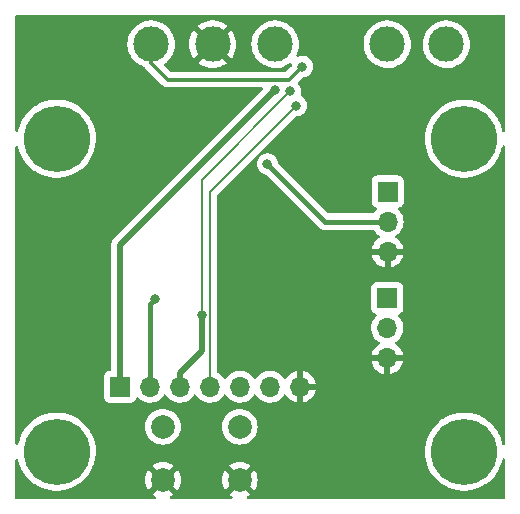
<source format=gbr>
%TF.GenerationSoftware,KiCad,Pcbnew,(6.99.0-228-g2fdbc41b8f)*%
%TF.CreationDate,2022-01-21T20:17:30+01:00*%
%TF.ProjectId,mob,6d6f622e-6b69-4636-9164-5f7063625858,rev?*%
%TF.SameCoordinates,Original*%
%TF.FileFunction,Copper,L2,Bot*%
%TF.FilePolarity,Positive*%
%FSLAX46Y46*%
G04 Gerber Fmt 4.6, Leading zero omitted, Abs format (unit mm)*
G04 Created by KiCad (PCBNEW (6.99.0-228-g2fdbc41b8f)) date 2022-01-21 20:17:30*
%MOMM*%
%LPD*%
G01*
G04 APERTURE LIST*
%TA.AperFunction,ComponentPad*%
%ADD10C,2.000000*%
%TD*%
%TA.AperFunction,ComponentPad*%
%ADD11R,1.700000X1.700000*%
%TD*%
%TA.AperFunction,ComponentPad*%
%ADD12O,1.700000X1.700000*%
%TD*%
%TA.AperFunction,ComponentPad*%
%ADD13C,5.600000*%
%TD*%
%TA.AperFunction,ComponentPad*%
%ADD14C,3.000000*%
%TD*%
%TA.AperFunction,ViaPad*%
%ADD15C,0.800000*%
%TD*%
%TA.AperFunction,Conductor*%
%ADD16C,0.400000*%
%TD*%
%TA.AperFunction,Conductor*%
%ADD17C,0.500000*%
%TD*%
%TA.AperFunction,Conductor*%
%ADD18C,0.300000*%
%TD*%
%TA.AperFunction,Conductor*%
%ADD19C,0.200000*%
%TD*%
G04 APERTURE END LIST*
D10*
%TO.P,SW1,2,2*%
%TO.N,GND*%
X163000000Y-79900000D03*
%TO.P,SW1,1,1*%
%TO.N,RST*%
X163000000Y-75400000D03*
%TO.P,SW1,2,2*%
%TO.N,GND*%
X169500000Y-79900000D03*
%TO.P,SW1,1,1*%
%TO.N,RST*%
X169500000Y-75400000D03*
%TD*%
D11*
%TO.P,J8,1,Pin_1*%
%TO.N,+5V*%
X159375000Y-72000000D03*
D12*
%TO.P,J8,2,Pin_2*%
%TO.N,MOSI*%
X161915000Y-72000000D03*
%TO.P,J8,3,Pin_3*%
%TO.N,IGN1*%
X164455000Y-72000000D03*
%TO.P,J8,4,Pin_4*%
%TO.N,IGN2*%
X166995000Y-72000000D03*
%TO.P,J8,5,Pin_5*%
%TO.N,CLK*%
X169535000Y-72000000D03*
%TO.P,J8,6,Pin_6*%
%TO.N,RST*%
X172075000Y-72000000D03*
%TO.P,J8,7,Pin_7*%
%TO.N,GND*%
X174615000Y-72000000D03*
%TD*%
D13*
%TO.P,H4,1*%
%TO.N,N/C*%
X188500000Y-77500000D03*
%TD*%
%TO.P,H3,1*%
%TO.N,N/C*%
X154000000Y-77500000D03*
%TD*%
%TO.P,H2,1*%
%TO.N,N/C*%
X188500000Y-51000000D03*
%TD*%
%TO.P,H1,1*%
%TO.N,N/C*%
X154000000Y-51000000D03*
%TD*%
D14*
%TO.P,JGND1,1,Pin_1*%
%TO.N,GND*%
X167200000Y-43000000D03*
%TD*%
%TO.P,J12V1,1,Pin_1*%
%TO.N,+12V*%
X162000000Y-43000000D03*
%TD*%
%TO.P,J5V1,1,Pin_1*%
%TO.N,+5V*%
X172500000Y-43000000D03*
%TD*%
%TO.P,J3,1,Pin_1*%
%TO.N,Net-(J3-Pin_1)*%
X182000000Y-43000000D03*
%TD*%
D11*
%TO.P,J2,1,Pin_1*%
%TO.N,IN2*%
X182025000Y-55475000D03*
D12*
%TO.P,J2,2,Pin_2*%
%TO.N,+5V*%
X182025000Y-58015000D03*
%TO.P,J2,3,Pin_3*%
%TO.N,GND*%
X182025000Y-60555000D03*
%TD*%
D11*
%TO.P,J1,1,Pin_1*%
%TO.N,CLK*%
X182000000Y-64500000D03*
D12*
%TO.P,J1,2,Pin_2*%
%TO.N,+5V*%
X182000000Y-67040000D03*
%TO.P,J1,3,Pin_3*%
%TO.N,GND*%
X182000000Y-69580000D03*
%TD*%
D14*
%TO.P,J4,1,Pin_1*%
%TO.N,Net-(J4-Pin_1)*%
X187000000Y-43000000D03*
%TD*%
D15*
%TO.N,+5V*%
X171849511Y-53149511D03*
X172500000Y-46900000D03*
%TO.N,+12V*%
X174800000Y-44900000D03*
%TO.N,IGN1*%
X173800000Y-47000000D03*
%TO.N,MOSI*%
X162300000Y-64600000D03*
%TO.N,IGN2*%
X174300000Y-48200000D03*
%TO.N,IGN1*%
X166295500Y-65900000D03*
%TD*%
D16*
%TO.N,+5V*%
X176715000Y-58015000D02*
X171849511Y-53149511D01*
X182025000Y-58015000D02*
X176715000Y-58015000D01*
D17*
X159375000Y-60025000D02*
X159375000Y-72000000D01*
X172500000Y-46900000D02*
X159375000Y-60025000D01*
D18*
%TO.N,+12V*%
X162000000Y-44600000D02*
X162000000Y-43000000D01*
X163400000Y-46000000D02*
X162000000Y-44600000D01*
X173700000Y-46000000D02*
X163400000Y-46000000D01*
X174800000Y-44900000D02*
X173700000Y-46000000D01*
D19*
%TO.N,IGN1*%
X166295500Y-54504500D02*
X166295500Y-65900000D01*
X173800000Y-47000000D02*
X166295500Y-54504500D01*
D16*
%TO.N,MOSI*%
X161915000Y-64985000D02*
X162300000Y-64600000D01*
X161915000Y-72000000D02*
X161915000Y-64985000D01*
D19*
%TO.N,IGN2*%
X174300000Y-48200000D02*
X166995000Y-55505000D01*
X166995000Y-55505000D02*
X166995000Y-72000000D01*
D17*
%TO.N,IGN1*%
X166295500Y-69004500D02*
X166295500Y-65900000D01*
X164455000Y-70845000D02*
X166295500Y-69004500D01*
X164455000Y-72000000D02*
X164455000Y-70845000D01*
%TD*%
%TA.AperFunction,Conductor*%
%TO.N,GND*%
G36*
X191934121Y-40528002D02*
G01*
X191980614Y-40581658D01*
X191992000Y-40634000D01*
X191992000Y-50302279D01*
X191971998Y-50370400D01*
X191918342Y-50416893D01*
X191848068Y-50426997D01*
X191783488Y-50397503D01*
X191745104Y-50337777D01*
X191741656Y-50322641D01*
X191738801Y-50305209D01*
X191736066Y-50288505D01*
X191640297Y-49943173D01*
X191637243Y-49935497D01*
X191509052Y-49613369D01*
X191507793Y-49610205D01*
X191477768Y-49553498D01*
X191341702Y-49296513D01*
X191341698Y-49296506D01*
X191340103Y-49293494D01*
X191139190Y-48996746D01*
X191136695Y-48993803D01*
X190918862Y-48736944D01*
X190907403Y-48723432D01*
X190647454Y-48476750D01*
X190362384Y-48259585D01*
X190359472Y-48257828D01*
X190359467Y-48257825D01*
X190058443Y-48076236D01*
X190058437Y-48076233D01*
X190055528Y-48074478D01*
X189730475Y-47923593D01*
X189467937Y-47834729D01*
X189394255Y-47809789D01*
X189394250Y-47809788D01*
X189391028Y-47808697D01*
X189192681Y-47764724D01*
X189044493Y-47731871D01*
X189044487Y-47731870D01*
X189041158Y-47731132D01*
X189037769Y-47730758D01*
X189037764Y-47730757D01*
X188688338Y-47692180D01*
X188688333Y-47692180D01*
X188684957Y-47691807D01*
X188681558Y-47691801D01*
X188681557Y-47691801D01*
X188512080Y-47691505D01*
X188326592Y-47691182D01*
X188213413Y-47703277D01*
X187973639Y-47728901D01*
X187973631Y-47728902D01*
X187970256Y-47729263D01*
X187620117Y-47805606D01*
X187280271Y-47919317D01*
X187277178Y-47920739D01*
X187277177Y-47920740D01*
X187270974Y-47923593D01*
X186954694Y-48069066D01*
X186951760Y-48070822D01*
X186951758Y-48070823D01*
X186735919Y-48200000D01*
X186647193Y-48253101D01*
X186644467Y-48255163D01*
X186644465Y-48255164D01*
X186457975Y-48396206D01*
X186361367Y-48469270D01*
X186100559Y-48715043D01*
X185867819Y-48987546D01*
X185865900Y-48990358D01*
X185865897Y-48990363D01*
X185786246Y-49107128D01*
X185665871Y-49283591D01*
X185497077Y-49599714D01*
X185363411Y-49932218D01*
X185362491Y-49935492D01*
X185362489Y-49935497D01*
X185360332Y-49943173D01*
X185266437Y-50277213D01*
X185265875Y-50280570D01*
X185265875Y-50280571D01*
X185248315Y-50385509D01*
X185207290Y-50630663D01*
X185186661Y-50988434D01*
X185204792Y-51346340D01*
X185205329Y-51349695D01*
X185205330Y-51349701D01*
X185210316Y-51380828D01*
X185261470Y-51700195D01*
X185356033Y-52045859D01*
X185487374Y-52379288D01*
X185653957Y-52696582D01*
X185655858Y-52699411D01*
X185655864Y-52699421D01*
X185826468Y-52953304D01*
X185853834Y-52994029D01*
X186084665Y-53268150D01*
X186343751Y-53515738D01*
X186628061Y-53733897D01*
X186660056Y-53753350D01*
X186931355Y-53918303D01*
X186931360Y-53918306D01*
X186934270Y-53920075D01*
X186937358Y-53921521D01*
X186937357Y-53921521D01*
X187255710Y-54070649D01*
X187255720Y-54070653D01*
X187258794Y-54072093D01*
X187262012Y-54073195D01*
X187262015Y-54073196D01*
X187594615Y-54187071D01*
X187594623Y-54187073D01*
X187597838Y-54188174D01*
X187947435Y-54266959D01*
X187999728Y-54272917D01*
X188300114Y-54307142D01*
X188300122Y-54307142D01*
X188303497Y-54307527D01*
X188306901Y-54307545D01*
X188306904Y-54307545D01*
X188501227Y-54308562D01*
X188661857Y-54309403D01*
X188665243Y-54309053D01*
X188665245Y-54309053D01*
X189014932Y-54272917D01*
X189014941Y-54272916D01*
X189018324Y-54272566D01*
X189021657Y-54271852D01*
X189021660Y-54271851D01*
X189194186Y-54234864D01*
X189368727Y-54197446D01*
X189708968Y-54084922D01*
X190035066Y-53936311D01*
X190210308Y-53832260D01*
X190340262Y-53755099D01*
X190340267Y-53755096D01*
X190343207Y-53753350D01*
X190629786Y-53538180D01*
X190891451Y-53293319D01*
X191125140Y-53021630D01*
X191231750Y-52866512D01*
X191326190Y-52729101D01*
X191326195Y-52729094D01*
X191328120Y-52726292D01*
X191329732Y-52723298D01*
X191329737Y-52723290D01*
X191496395Y-52413772D01*
X191498017Y-52410760D01*
X191632842Y-52078724D01*
X191643142Y-52042568D01*
X191663527Y-51971006D01*
X191731020Y-51734070D01*
X191741801Y-51670999D01*
X191772995Y-51607223D01*
X191833717Y-51570435D01*
X191904689Y-51572316D01*
X191963377Y-51612269D01*
X191991149Y-51677608D01*
X191992000Y-51692229D01*
X191992000Y-76802279D01*
X191971998Y-76870400D01*
X191918342Y-76916893D01*
X191848068Y-76926997D01*
X191783488Y-76897503D01*
X191745104Y-76837777D01*
X191741656Y-76822641D01*
X191738801Y-76805209D01*
X191736066Y-76788505D01*
X191640297Y-76443173D01*
X191637243Y-76435497D01*
X191509052Y-76113369D01*
X191507793Y-76110205D01*
X191477768Y-76053498D01*
X191341702Y-75796513D01*
X191341698Y-75796506D01*
X191340103Y-75793494D01*
X191139190Y-75496746D01*
X191057144Y-75400000D01*
X191043506Y-75383919D01*
X190907403Y-75223432D01*
X190647454Y-74976750D01*
X190362384Y-74759585D01*
X190359472Y-74757828D01*
X190359467Y-74757825D01*
X190058443Y-74576236D01*
X190058437Y-74576233D01*
X190055528Y-74574478D01*
X189730475Y-74423593D01*
X189454057Y-74330031D01*
X189394255Y-74309789D01*
X189394250Y-74309788D01*
X189391028Y-74308697D01*
X189192681Y-74264724D01*
X189044493Y-74231871D01*
X189044487Y-74231870D01*
X189041158Y-74231132D01*
X189037769Y-74230758D01*
X189037764Y-74230757D01*
X188688338Y-74192180D01*
X188688333Y-74192180D01*
X188684957Y-74191807D01*
X188681558Y-74191801D01*
X188681557Y-74191801D01*
X188512080Y-74191505D01*
X188326592Y-74191182D01*
X188213413Y-74203277D01*
X187973639Y-74228901D01*
X187973631Y-74228902D01*
X187970256Y-74229263D01*
X187620117Y-74305606D01*
X187280271Y-74419317D01*
X187277178Y-74420739D01*
X187277177Y-74420740D01*
X187270974Y-74423593D01*
X186954694Y-74569066D01*
X186951760Y-74570822D01*
X186951758Y-74570823D01*
X186706493Y-74717611D01*
X186647193Y-74753101D01*
X186644467Y-74755163D01*
X186644465Y-74755164D01*
X186410110Y-74932406D01*
X186361367Y-74969270D01*
X186100559Y-75215043D01*
X185867819Y-75487546D01*
X185865900Y-75490358D01*
X185865897Y-75490363D01*
X185772624Y-75627097D01*
X185665871Y-75783591D01*
X185497077Y-76099714D01*
X185363411Y-76432218D01*
X185362491Y-76435492D01*
X185362489Y-76435497D01*
X185275308Y-76745654D01*
X185266437Y-76777213D01*
X185265875Y-76780570D01*
X185265875Y-76780571D01*
X185243687Y-76913165D01*
X185207290Y-77130663D01*
X185186661Y-77488434D01*
X185204792Y-77846340D01*
X185205329Y-77849695D01*
X185205330Y-77849701D01*
X185210316Y-77880828D01*
X185261470Y-78200195D01*
X185356033Y-78545859D01*
X185487374Y-78879288D01*
X185518151Y-78937909D01*
X185571183Y-79038920D01*
X185653957Y-79196582D01*
X185655858Y-79199411D01*
X185655864Y-79199421D01*
X185839569Y-79472800D01*
X185853834Y-79494029D01*
X186084665Y-79768150D01*
X186343751Y-80015738D01*
X186628061Y-80233897D01*
X186660056Y-80253350D01*
X186931355Y-80418303D01*
X186931360Y-80418306D01*
X186934270Y-80420075D01*
X186937358Y-80421521D01*
X186937357Y-80421521D01*
X187255710Y-80570649D01*
X187255720Y-80570653D01*
X187258794Y-80572093D01*
X187262012Y-80573195D01*
X187262015Y-80573196D01*
X187594615Y-80687071D01*
X187594623Y-80687073D01*
X187597838Y-80688174D01*
X187947435Y-80766959D01*
X187999728Y-80772917D01*
X188300114Y-80807142D01*
X188300122Y-80807142D01*
X188303497Y-80807527D01*
X188306901Y-80807545D01*
X188306904Y-80807545D01*
X188501227Y-80808562D01*
X188661857Y-80809403D01*
X188665243Y-80809053D01*
X188665245Y-80809053D01*
X189014932Y-80772917D01*
X189014941Y-80772916D01*
X189018324Y-80772566D01*
X189021657Y-80771852D01*
X189021660Y-80771851D01*
X189194186Y-80734864D01*
X189368727Y-80697446D01*
X189708968Y-80584922D01*
X190035066Y-80436311D01*
X190311760Y-80272022D01*
X190340262Y-80255099D01*
X190340267Y-80255096D01*
X190343207Y-80253350D01*
X190629786Y-80038180D01*
X190891451Y-79793319D01*
X191113131Y-79535592D01*
X191122914Y-79524218D01*
X191125140Y-79521630D01*
X191231750Y-79366512D01*
X191326190Y-79229101D01*
X191326195Y-79229094D01*
X191328120Y-79226292D01*
X191329732Y-79223298D01*
X191329737Y-79223290D01*
X191496395Y-78913772D01*
X191498017Y-78910760D01*
X191632842Y-78578724D01*
X191639659Y-78554795D01*
X191687250Y-78387725D01*
X191731020Y-78234070D01*
X191741801Y-78170999D01*
X191772995Y-78107223D01*
X191833717Y-78070435D01*
X191904689Y-78072316D01*
X191963377Y-78112269D01*
X191991149Y-78177608D01*
X191992000Y-78192229D01*
X191992000Y-81366000D01*
X191971998Y-81434121D01*
X191918342Y-81480614D01*
X191866000Y-81492000D01*
X170230612Y-81492000D01*
X170162491Y-81471998D01*
X170115998Y-81418342D01*
X170105894Y-81348068D01*
X170135388Y-81283488D01*
X170178122Y-81252672D01*
X170177747Y-81251937D01*
X170190958Y-81245205D01*
X170358445Y-81142568D01*
X170367907Y-81132110D01*
X170364124Y-81123334D01*
X169512812Y-80272022D01*
X169498868Y-80264408D01*
X169497035Y-80264539D01*
X169490420Y-80268790D01*
X168638920Y-81120290D01*
X168632160Y-81132670D01*
X168637887Y-81140320D01*
X168809042Y-81245205D01*
X168822253Y-81251937D01*
X168821748Y-81252929D01*
X168872886Y-81294137D01*
X168895308Y-81361500D01*
X168877751Y-81430292D01*
X168825790Y-81478671D01*
X168769388Y-81492000D01*
X163730612Y-81492000D01*
X163662491Y-81471998D01*
X163615998Y-81418342D01*
X163605894Y-81348068D01*
X163635388Y-81283488D01*
X163678122Y-81252672D01*
X163677747Y-81251937D01*
X163690958Y-81245205D01*
X163858445Y-81142568D01*
X163867907Y-81132110D01*
X163864124Y-81123334D01*
X163012812Y-80272022D01*
X162998868Y-80264408D01*
X162997035Y-80264539D01*
X162990420Y-80268790D01*
X162138920Y-81120290D01*
X162132160Y-81132670D01*
X162137887Y-81140320D01*
X162309042Y-81245205D01*
X162322253Y-81251937D01*
X162321748Y-81252929D01*
X162372886Y-81294137D01*
X162395308Y-81361500D01*
X162377751Y-81430292D01*
X162325790Y-81478671D01*
X162269388Y-81492000D01*
X150634000Y-81492000D01*
X150565879Y-81471998D01*
X150519386Y-81418342D01*
X150508000Y-81366000D01*
X150508000Y-78201044D01*
X150528002Y-78132923D01*
X150581658Y-78086430D01*
X150651932Y-78076326D01*
X150716512Y-78105820D01*
X150754896Y-78165546D01*
X150758414Y-78181116D01*
X150761470Y-78200195D01*
X150856033Y-78545859D01*
X150987374Y-78879288D01*
X151018151Y-78937909D01*
X151071183Y-79038920D01*
X151153957Y-79196582D01*
X151155858Y-79199411D01*
X151155864Y-79199421D01*
X151339569Y-79472800D01*
X151353834Y-79494029D01*
X151584665Y-79768150D01*
X151843751Y-80015738D01*
X152128061Y-80233897D01*
X152160056Y-80253350D01*
X152431355Y-80418303D01*
X152431360Y-80418306D01*
X152434270Y-80420075D01*
X152437358Y-80421521D01*
X152437357Y-80421521D01*
X152755710Y-80570649D01*
X152755720Y-80570653D01*
X152758794Y-80572093D01*
X152762012Y-80573195D01*
X152762015Y-80573196D01*
X153094615Y-80687071D01*
X153094623Y-80687073D01*
X153097838Y-80688174D01*
X153447435Y-80766959D01*
X153499728Y-80772917D01*
X153800114Y-80807142D01*
X153800122Y-80807142D01*
X153803497Y-80807527D01*
X153806901Y-80807545D01*
X153806904Y-80807545D01*
X154001227Y-80808562D01*
X154161857Y-80809403D01*
X154165243Y-80809053D01*
X154165245Y-80809053D01*
X154514932Y-80772917D01*
X154514941Y-80772916D01*
X154518324Y-80772566D01*
X154521657Y-80771852D01*
X154521660Y-80771851D01*
X154694186Y-80734864D01*
X154868727Y-80697446D01*
X155208968Y-80584922D01*
X155535066Y-80436311D01*
X155811760Y-80272022D01*
X155840262Y-80255099D01*
X155840267Y-80255096D01*
X155843207Y-80253350D01*
X156129786Y-80038180D01*
X156272181Y-79904930D01*
X161487725Y-79904930D01*
X161505572Y-80131699D01*
X161507115Y-80141446D01*
X161560217Y-80362627D01*
X161563266Y-80372012D01*
X161650313Y-80582163D01*
X161654795Y-80590958D01*
X161757432Y-80758445D01*
X161767890Y-80767907D01*
X161776666Y-80764124D01*
X162627978Y-79912812D01*
X162634356Y-79901132D01*
X163364408Y-79901132D01*
X163364539Y-79902965D01*
X163368790Y-79909580D01*
X164220290Y-80761080D01*
X164232670Y-80767840D01*
X164240320Y-80762113D01*
X164345205Y-80590958D01*
X164349687Y-80582163D01*
X164436734Y-80372012D01*
X164439783Y-80362627D01*
X164492885Y-80141446D01*
X164494428Y-80131699D01*
X164512275Y-79904930D01*
X167987725Y-79904930D01*
X168005572Y-80131699D01*
X168007115Y-80141446D01*
X168060217Y-80362627D01*
X168063266Y-80372012D01*
X168150313Y-80582163D01*
X168154795Y-80590958D01*
X168257432Y-80758445D01*
X168267890Y-80767907D01*
X168276666Y-80764124D01*
X169127978Y-79912812D01*
X169134356Y-79901132D01*
X169864408Y-79901132D01*
X169864539Y-79902965D01*
X169868790Y-79909580D01*
X170720290Y-80761080D01*
X170732670Y-80767840D01*
X170740320Y-80762113D01*
X170845205Y-80590958D01*
X170849687Y-80582163D01*
X170936734Y-80372012D01*
X170939783Y-80362627D01*
X170992885Y-80141446D01*
X170994428Y-80131699D01*
X171012275Y-79904930D01*
X171012275Y-79895070D01*
X170994428Y-79668301D01*
X170992885Y-79658554D01*
X170939783Y-79437373D01*
X170936734Y-79427988D01*
X170849687Y-79217837D01*
X170845205Y-79209042D01*
X170742568Y-79041555D01*
X170732110Y-79032093D01*
X170723334Y-79035876D01*
X169872022Y-79887188D01*
X169864408Y-79901132D01*
X169134356Y-79901132D01*
X169135592Y-79898868D01*
X169135461Y-79897035D01*
X169131210Y-79890420D01*
X168279710Y-79038920D01*
X168267330Y-79032160D01*
X168259680Y-79037887D01*
X168154795Y-79209042D01*
X168150313Y-79217837D01*
X168063266Y-79427988D01*
X168060217Y-79437373D01*
X168007115Y-79658554D01*
X168005572Y-79668301D01*
X167987725Y-79895070D01*
X167987725Y-79904930D01*
X164512275Y-79904930D01*
X164512275Y-79895070D01*
X164494428Y-79668301D01*
X164492885Y-79658554D01*
X164439783Y-79437373D01*
X164436734Y-79427988D01*
X164349687Y-79217837D01*
X164345205Y-79209042D01*
X164242568Y-79041555D01*
X164232110Y-79032093D01*
X164223334Y-79035876D01*
X163372022Y-79887188D01*
X163364408Y-79901132D01*
X162634356Y-79901132D01*
X162635592Y-79898868D01*
X162635461Y-79897035D01*
X162631210Y-79890420D01*
X161779710Y-79038920D01*
X161767330Y-79032160D01*
X161759680Y-79037887D01*
X161654795Y-79209042D01*
X161650313Y-79217837D01*
X161563266Y-79427988D01*
X161560217Y-79437373D01*
X161507115Y-79658554D01*
X161505572Y-79668301D01*
X161487725Y-79895070D01*
X161487725Y-79904930D01*
X156272181Y-79904930D01*
X156391451Y-79793319D01*
X156613131Y-79535592D01*
X156622914Y-79524218D01*
X156625140Y-79521630D01*
X156731750Y-79366512D01*
X156826190Y-79229101D01*
X156826195Y-79229094D01*
X156828120Y-79226292D01*
X156829732Y-79223298D01*
X156829737Y-79223290D01*
X156996395Y-78913772D01*
X156998017Y-78910760D01*
X157096636Y-78667890D01*
X162132093Y-78667890D01*
X162135876Y-78676666D01*
X162987188Y-79527978D01*
X163001132Y-79535592D01*
X163002965Y-79535461D01*
X163009580Y-79531210D01*
X163861080Y-78679710D01*
X163867534Y-78667890D01*
X168632093Y-78667890D01*
X168635876Y-78676666D01*
X169487188Y-79527978D01*
X169501132Y-79535592D01*
X169502965Y-79535461D01*
X169509580Y-79531210D01*
X170361080Y-78679710D01*
X170367840Y-78667330D01*
X170362113Y-78659680D01*
X170190958Y-78554795D01*
X170182163Y-78550313D01*
X169972012Y-78463266D01*
X169962627Y-78460217D01*
X169741446Y-78407115D01*
X169731699Y-78405572D01*
X169504930Y-78387725D01*
X169495070Y-78387725D01*
X169268301Y-78405572D01*
X169258554Y-78407115D01*
X169037373Y-78460217D01*
X169027988Y-78463266D01*
X168817837Y-78550313D01*
X168809042Y-78554795D01*
X168641555Y-78657432D01*
X168632093Y-78667890D01*
X163867534Y-78667890D01*
X163867840Y-78667330D01*
X163862113Y-78659680D01*
X163690958Y-78554795D01*
X163682163Y-78550313D01*
X163472012Y-78463266D01*
X163462627Y-78460217D01*
X163241446Y-78407115D01*
X163231699Y-78405572D01*
X163004930Y-78387725D01*
X162995070Y-78387725D01*
X162768301Y-78405572D01*
X162758554Y-78407115D01*
X162537373Y-78460217D01*
X162527988Y-78463266D01*
X162317837Y-78550313D01*
X162309042Y-78554795D01*
X162141555Y-78657432D01*
X162132093Y-78667890D01*
X157096636Y-78667890D01*
X157132842Y-78578724D01*
X157139659Y-78554795D01*
X157187250Y-78387725D01*
X157231020Y-78234070D01*
X157251840Y-78112269D01*
X157290829Y-77884175D01*
X157290829Y-77884173D01*
X157291401Y-77880828D01*
X157293511Y-77846340D01*
X157313168Y-77524928D01*
X157313278Y-77523131D01*
X157313359Y-77500000D01*
X157293979Y-77142159D01*
X157236066Y-76788505D01*
X157140297Y-76443173D01*
X157137243Y-76435497D01*
X157009052Y-76113369D01*
X157007793Y-76110205D01*
X156977768Y-76053498D01*
X156841702Y-75796513D01*
X156841698Y-75796506D01*
X156840103Y-75793494D01*
X156639190Y-75496746D01*
X156557144Y-75400000D01*
X161486835Y-75400000D01*
X161505465Y-75636711D01*
X161560895Y-75867594D01*
X161651760Y-76086963D01*
X161654346Y-76091183D01*
X161773241Y-76285202D01*
X161773245Y-76285208D01*
X161775824Y-76289416D01*
X161930031Y-76469969D01*
X162110584Y-76624176D01*
X162114792Y-76626755D01*
X162114798Y-76626759D01*
X162308817Y-76745654D01*
X162313037Y-76748240D01*
X162317607Y-76750133D01*
X162317611Y-76750135D01*
X162527833Y-76837211D01*
X162532406Y-76839105D01*
X162612609Y-76858360D01*
X162758476Y-76893380D01*
X162758482Y-76893381D01*
X162763289Y-76894535D01*
X163000000Y-76913165D01*
X163236711Y-76894535D01*
X163241518Y-76893381D01*
X163241524Y-76893380D01*
X163387391Y-76858360D01*
X163467594Y-76839105D01*
X163472167Y-76837211D01*
X163682389Y-76750135D01*
X163682393Y-76750133D01*
X163686963Y-76748240D01*
X163691183Y-76745654D01*
X163885202Y-76626759D01*
X163885208Y-76626755D01*
X163889416Y-76624176D01*
X164069969Y-76469969D01*
X164224176Y-76289416D01*
X164226755Y-76285208D01*
X164226759Y-76285202D01*
X164345654Y-76091183D01*
X164348240Y-76086963D01*
X164439105Y-75867594D01*
X164494535Y-75636711D01*
X164513165Y-75400000D01*
X167986835Y-75400000D01*
X168005465Y-75636711D01*
X168060895Y-75867594D01*
X168151760Y-76086963D01*
X168154346Y-76091183D01*
X168273241Y-76285202D01*
X168273245Y-76285208D01*
X168275824Y-76289416D01*
X168430031Y-76469969D01*
X168610584Y-76624176D01*
X168614792Y-76626755D01*
X168614798Y-76626759D01*
X168808817Y-76745654D01*
X168813037Y-76748240D01*
X168817607Y-76750133D01*
X168817611Y-76750135D01*
X169027833Y-76837211D01*
X169032406Y-76839105D01*
X169112609Y-76858360D01*
X169258476Y-76893380D01*
X169258482Y-76893381D01*
X169263289Y-76894535D01*
X169500000Y-76913165D01*
X169736711Y-76894535D01*
X169741518Y-76893381D01*
X169741524Y-76893380D01*
X169887391Y-76858360D01*
X169967594Y-76839105D01*
X169972167Y-76837211D01*
X170182389Y-76750135D01*
X170182393Y-76750133D01*
X170186963Y-76748240D01*
X170191183Y-76745654D01*
X170385202Y-76626759D01*
X170385208Y-76626755D01*
X170389416Y-76624176D01*
X170569969Y-76469969D01*
X170724176Y-76289416D01*
X170726755Y-76285208D01*
X170726759Y-76285202D01*
X170845654Y-76091183D01*
X170848240Y-76086963D01*
X170939105Y-75867594D01*
X170994535Y-75636711D01*
X171013165Y-75400000D01*
X170994535Y-75163289D01*
X170939105Y-74932406D01*
X170866792Y-74757825D01*
X170850135Y-74717611D01*
X170850133Y-74717607D01*
X170848240Y-74713037D01*
X170764408Y-74576236D01*
X170726759Y-74514798D01*
X170726755Y-74514792D01*
X170724176Y-74510584D01*
X170569969Y-74330031D01*
X170389416Y-74175824D01*
X170385208Y-74173245D01*
X170385202Y-74173241D01*
X170191183Y-74054346D01*
X170186963Y-74051760D01*
X170182393Y-74049867D01*
X170182389Y-74049865D01*
X169972167Y-73962789D01*
X169972165Y-73962788D01*
X169967594Y-73960895D01*
X169887391Y-73941640D01*
X169741524Y-73906620D01*
X169741518Y-73906619D01*
X169736711Y-73905465D01*
X169500000Y-73886835D01*
X169263289Y-73905465D01*
X169258482Y-73906619D01*
X169258476Y-73906620D01*
X169112609Y-73941640D01*
X169032406Y-73960895D01*
X169027835Y-73962788D01*
X169027833Y-73962789D01*
X168817611Y-74049865D01*
X168817607Y-74049867D01*
X168813037Y-74051760D01*
X168808817Y-74054346D01*
X168614798Y-74173241D01*
X168614792Y-74173245D01*
X168610584Y-74175824D01*
X168430031Y-74330031D01*
X168275824Y-74510584D01*
X168273245Y-74514792D01*
X168273241Y-74514798D01*
X168235592Y-74576236D01*
X168151760Y-74713037D01*
X168149867Y-74717607D01*
X168149865Y-74717611D01*
X168133208Y-74757825D01*
X168060895Y-74932406D01*
X168005465Y-75163289D01*
X167986835Y-75400000D01*
X164513165Y-75400000D01*
X164494535Y-75163289D01*
X164439105Y-74932406D01*
X164366792Y-74757825D01*
X164350135Y-74717611D01*
X164350133Y-74717607D01*
X164348240Y-74713037D01*
X164264408Y-74576236D01*
X164226759Y-74514798D01*
X164226755Y-74514792D01*
X164224176Y-74510584D01*
X164069969Y-74330031D01*
X163889416Y-74175824D01*
X163885208Y-74173245D01*
X163885202Y-74173241D01*
X163691183Y-74054346D01*
X163686963Y-74051760D01*
X163682393Y-74049867D01*
X163682389Y-74049865D01*
X163472167Y-73962789D01*
X163472165Y-73962788D01*
X163467594Y-73960895D01*
X163387391Y-73941640D01*
X163241524Y-73906620D01*
X163241518Y-73906619D01*
X163236711Y-73905465D01*
X163000000Y-73886835D01*
X162763289Y-73905465D01*
X162758482Y-73906619D01*
X162758476Y-73906620D01*
X162612609Y-73941640D01*
X162532406Y-73960895D01*
X162527835Y-73962788D01*
X162527833Y-73962789D01*
X162317611Y-74049865D01*
X162317607Y-74049867D01*
X162313037Y-74051760D01*
X162308817Y-74054346D01*
X162114798Y-74173241D01*
X162114792Y-74173245D01*
X162110584Y-74175824D01*
X161930031Y-74330031D01*
X161775824Y-74510584D01*
X161773245Y-74514792D01*
X161773241Y-74514798D01*
X161735592Y-74576236D01*
X161651760Y-74713037D01*
X161649867Y-74717607D01*
X161649865Y-74717611D01*
X161633208Y-74757825D01*
X161560895Y-74932406D01*
X161505465Y-75163289D01*
X161486835Y-75400000D01*
X156557144Y-75400000D01*
X156543506Y-75383919D01*
X156407403Y-75223432D01*
X156147454Y-74976750D01*
X155862384Y-74759585D01*
X155859472Y-74757828D01*
X155859467Y-74757825D01*
X155558443Y-74576236D01*
X155558437Y-74576233D01*
X155555528Y-74574478D01*
X155230475Y-74423593D01*
X154954057Y-74330031D01*
X154894255Y-74309789D01*
X154894250Y-74309788D01*
X154891028Y-74308697D01*
X154692681Y-74264724D01*
X154544493Y-74231871D01*
X154544487Y-74231870D01*
X154541158Y-74231132D01*
X154537769Y-74230758D01*
X154537764Y-74230757D01*
X154188338Y-74192180D01*
X154188333Y-74192180D01*
X154184957Y-74191807D01*
X154181558Y-74191801D01*
X154181557Y-74191801D01*
X154012080Y-74191505D01*
X153826592Y-74191182D01*
X153713413Y-74203277D01*
X153473639Y-74228901D01*
X153473631Y-74228902D01*
X153470256Y-74229263D01*
X153120117Y-74305606D01*
X152780271Y-74419317D01*
X152777178Y-74420739D01*
X152777177Y-74420740D01*
X152770974Y-74423593D01*
X152454694Y-74569066D01*
X152451760Y-74570822D01*
X152451758Y-74570823D01*
X152206493Y-74717611D01*
X152147193Y-74753101D01*
X152144467Y-74755163D01*
X152144465Y-74755164D01*
X151910110Y-74932406D01*
X151861367Y-74969270D01*
X151600559Y-75215043D01*
X151367819Y-75487546D01*
X151365900Y-75490358D01*
X151365897Y-75490363D01*
X151272624Y-75627097D01*
X151165871Y-75783591D01*
X150997077Y-76099714D01*
X150863411Y-76432218D01*
X150862491Y-76435492D01*
X150862489Y-76435497D01*
X150775308Y-76745654D01*
X150766437Y-76777213D01*
X150765875Y-76780570D01*
X150765875Y-76780571D01*
X150758272Y-76826005D01*
X150727301Y-76889890D01*
X150666708Y-76926890D01*
X150595730Y-76925256D01*
X150536903Y-76885509D01*
X150508903Y-76820267D01*
X150508000Y-76805209D01*
X150508000Y-72898134D01*
X158016500Y-72898134D01*
X158023255Y-72960316D01*
X158074385Y-73096705D01*
X158161739Y-73213261D01*
X158278295Y-73300615D01*
X158414684Y-73351745D01*
X158476866Y-73358500D01*
X160273134Y-73358500D01*
X160335316Y-73351745D01*
X160471705Y-73300615D01*
X160588261Y-73213261D01*
X160675615Y-73096705D01*
X160697799Y-73037529D01*
X160719598Y-72979382D01*
X160762240Y-72922618D01*
X160828802Y-72897918D01*
X160898150Y-72913126D01*
X160932817Y-72941114D01*
X160961250Y-72973938D01*
X161133126Y-73116632D01*
X161326000Y-73229338D01*
X161534692Y-73309030D01*
X161539760Y-73310061D01*
X161539763Y-73310062D01*
X161634862Y-73329410D01*
X161753597Y-73353567D01*
X161758772Y-73353757D01*
X161758774Y-73353757D01*
X161971673Y-73361564D01*
X161971677Y-73361564D01*
X161976837Y-73361753D01*
X161981957Y-73361097D01*
X161981959Y-73361097D01*
X162193288Y-73334025D01*
X162193289Y-73334025D01*
X162198416Y-73333368D01*
X162203366Y-73331883D01*
X162407429Y-73270661D01*
X162407434Y-73270659D01*
X162412384Y-73269174D01*
X162612994Y-73170896D01*
X162794860Y-73041173D01*
X162953096Y-72883489D01*
X163083453Y-72702077D01*
X163084776Y-72703028D01*
X163131645Y-72659857D01*
X163201580Y-72647625D01*
X163267026Y-72675144D01*
X163294875Y-72706994D01*
X163354987Y-72805088D01*
X163501250Y-72973938D01*
X163673126Y-73116632D01*
X163866000Y-73229338D01*
X164074692Y-73309030D01*
X164079760Y-73310061D01*
X164079763Y-73310062D01*
X164174862Y-73329410D01*
X164293597Y-73353567D01*
X164298772Y-73353757D01*
X164298774Y-73353757D01*
X164511673Y-73361564D01*
X164511677Y-73361564D01*
X164516837Y-73361753D01*
X164521957Y-73361097D01*
X164521959Y-73361097D01*
X164733288Y-73334025D01*
X164733289Y-73334025D01*
X164738416Y-73333368D01*
X164743366Y-73331883D01*
X164947429Y-73270661D01*
X164947434Y-73270659D01*
X164952384Y-73269174D01*
X165152994Y-73170896D01*
X165334860Y-73041173D01*
X165493096Y-72883489D01*
X165623453Y-72702077D01*
X165624776Y-72703028D01*
X165671645Y-72659857D01*
X165741580Y-72647625D01*
X165807026Y-72675144D01*
X165834875Y-72706994D01*
X165894987Y-72805088D01*
X166041250Y-72973938D01*
X166213126Y-73116632D01*
X166406000Y-73229338D01*
X166614692Y-73309030D01*
X166619760Y-73310061D01*
X166619763Y-73310062D01*
X166714862Y-73329410D01*
X166833597Y-73353567D01*
X166838772Y-73353757D01*
X166838774Y-73353757D01*
X167051673Y-73361564D01*
X167051677Y-73361564D01*
X167056837Y-73361753D01*
X167061957Y-73361097D01*
X167061959Y-73361097D01*
X167273288Y-73334025D01*
X167273289Y-73334025D01*
X167278416Y-73333368D01*
X167283366Y-73331883D01*
X167487429Y-73270661D01*
X167487434Y-73270659D01*
X167492384Y-73269174D01*
X167692994Y-73170896D01*
X167874860Y-73041173D01*
X168033096Y-72883489D01*
X168163453Y-72702077D01*
X168164776Y-72703028D01*
X168211645Y-72659857D01*
X168281580Y-72647625D01*
X168347026Y-72675144D01*
X168374875Y-72706994D01*
X168434987Y-72805088D01*
X168581250Y-72973938D01*
X168753126Y-73116632D01*
X168946000Y-73229338D01*
X169154692Y-73309030D01*
X169159760Y-73310061D01*
X169159763Y-73310062D01*
X169254862Y-73329410D01*
X169373597Y-73353567D01*
X169378772Y-73353757D01*
X169378774Y-73353757D01*
X169591673Y-73361564D01*
X169591677Y-73361564D01*
X169596837Y-73361753D01*
X169601957Y-73361097D01*
X169601959Y-73361097D01*
X169813288Y-73334025D01*
X169813289Y-73334025D01*
X169818416Y-73333368D01*
X169823366Y-73331883D01*
X170027429Y-73270661D01*
X170027434Y-73270659D01*
X170032384Y-73269174D01*
X170232994Y-73170896D01*
X170414860Y-73041173D01*
X170573096Y-72883489D01*
X170703453Y-72702077D01*
X170704776Y-72703028D01*
X170751645Y-72659857D01*
X170821580Y-72647625D01*
X170887026Y-72675144D01*
X170914875Y-72706994D01*
X170974987Y-72805088D01*
X171121250Y-72973938D01*
X171293126Y-73116632D01*
X171486000Y-73229338D01*
X171694692Y-73309030D01*
X171699760Y-73310061D01*
X171699763Y-73310062D01*
X171794862Y-73329410D01*
X171913597Y-73353567D01*
X171918772Y-73353757D01*
X171918774Y-73353757D01*
X172131673Y-73361564D01*
X172131677Y-73361564D01*
X172136837Y-73361753D01*
X172141957Y-73361097D01*
X172141959Y-73361097D01*
X172353288Y-73334025D01*
X172353289Y-73334025D01*
X172358416Y-73333368D01*
X172363366Y-73331883D01*
X172567429Y-73270661D01*
X172567434Y-73270659D01*
X172572384Y-73269174D01*
X172772994Y-73170896D01*
X172954860Y-73041173D01*
X173113096Y-72883489D01*
X173243453Y-72702077D01*
X173244640Y-72702930D01*
X173291960Y-72659362D01*
X173361897Y-72647145D01*
X173427338Y-72674678D01*
X173455166Y-72706511D01*
X173512694Y-72800388D01*
X173518777Y-72808699D01*
X173658213Y-72969667D01*
X173665580Y-72976883D01*
X173829434Y-73112916D01*
X173837881Y-73118831D01*
X174021756Y-73226279D01*
X174031042Y-73230729D01*
X174230001Y-73306703D01*
X174239899Y-73309579D01*
X174343250Y-73330606D01*
X174357299Y-73329410D01*
X174361000Y-73319065D01*
X174361000Y-73318517D01*
X174869000Y-73318517D01*
X174873064Y-73332359D01*
X174886478Y-73334393D01*
X174893184Y-73333534D01*
X174903262Y-73331392D01*
X175107255Y-73270191D01*
X175116842Y-73266433D01*
X175308095Y-73172739D01*
X175316945Y-73167464D01*
X175490328Y-73043792D01*
X175498200Y-73037139D01*
X175649052Y-72886812D01*
X175655730Y-72878965D01*
X175780003Y-72706020D01*
X175785313Y-72697183D01*
X175879670Y-72506267D01*
X175883469Y-72496672D01*
X175945377Y-72292910D01*
X175947555Y-72282837D01*
X175948986Y-72271962D01*
X175946775Y-72257778D01*
X175933617Y-72254000D01*
X174887115Y-72254000D01*
X174871876Y-72258475D01*
X174870671Y-72259865D01*
X174869000Y-72267548D01*
X174869000Y-73318517D01*
X174361000Y-73318517D01*
X174361000Y-71727885D01*
X174869000Y-71727885D01*
X174873475Y-71743124D01*
X174874865Y-71744329D01*
X174882548Y-71746000D01*
X175933344Y-71746000D01*
X175946875Y-71742027D01*
X175948180Y-71732947D01*
X175906214Y-71565875D01*
X175902894Y-71556124D01*
X175817972Y-71360814D01*
X175813105Y-71351739D01*
X175697426Y-71172926D01*
X175691136Y-71164757D01*
X175547806Y-71007240D01*
X175540273Y-71000215D01*
X175373139Y-70868222D01*
X175364552Y-70862517D01*
X175178117Y-70759599D01*
X175168705Y-70755369D01*
X174967959Y-70684280D01*
X174957988Y-70681646D01*
X174886837Y-70668972D01*
X174873540Y-70670432D01*
X174869000Y-70684989D01*
X174869000Y-71727885D01*
X174361000Y-71727885D01*
X174361000Y-70683102D01*
X174357082Y-70669758D01*
X174342806Y-70667771D01*
X174304324Y-70673660D01*
X174294288Y-70676051D01*
X174091868Y-70742212D01*
X174082359Y-70746209D01*
X173893463Y-70844542D01*
X173884738Y-70850036D01*
X173714433Y-70977905D01*
X173706726Y-70984748D01*
X173559590Y-71138717D01*
X173553109Y-71146722D01*
X173448498Y-71300074D01*
X173393587Y-71345076D01*
X173323062Y-71353247D01*
X173259315Y-71321993D01*
X173238618Y-71297509D01*
X173157822Y-71172617D01*
X173157820Y-71172614D01*
X173155014Y-71168277D01*
X173004670Y-71003051D01*
X173000619Y-70999852D01*
X173000615Y-70999848D01*
X172833414Y-70867800D01*
X172833410Y-70867798D01*
X172829359Y-70864598D01*
X172793028Y-70844542D01*
X172749370Y-70820442D01*
X172633789Y-70756638D01*
X172628920Y-70754914D01*
X172628916Y-70754912D01*
X172428087Y-70683795D01*
X172428083Y-70683794D01*
X172423212Y-70682069D01*
X172418119Y-70681162D01*
X172418116Y-70681161D01*
X172208373Y-70643800D01*
X172208367Y-70643799D01*
X172203284Y-70642894D01*
X172129452Y-70641992D01*
X171985081Y-70640228D01*
X171985079Y-70640228D01*
X171979911Y-70640165D01*
X171759091Y-70673955D01*
X171546756Y-70743357D01*
X171348607Y-70846507D01*
X171344474Y-70849610D01*
X171344471Y-70849612D01*
X171174100Y-70977530D01*
X171169965Y-70980635D01*
X171166393Y-70984373D01*
X171058729Y-71097037D01*
X171015629Y-71142138D01*
X170908201Y-71299621D01*
X170853293Y-71344621D01*
X170782768Y-71352792D01*
X170719021Y-71321538D01*
X170698324Y-71297054D01*
X170617822Y-71172617D01*
X170617820Y-71172614D01*
X170615014Y-71168277D01*
X170464670Y-71003051D01*
X170460619Y-70999852D01*
X170460615Y-70999848D01*
X170293414Y-70867800D01*
X170293410Y-70867798D01*
X170289359Y-70864598D01*
X170253028Y-70844542D01*
X170209370Y-70820442D01*
X170093789Y-70756638D01*
X170088920Y-70754914D01*
X170088916Y-70754912D01*
X169888087Y-70683795D01*
X169888083Y-70683794D01*
X169883212Y-70682069D01*
X169878119Y-70681162D01*
X169878116Y-70681161D01*
X169668373Y-70643800D01*
X169668367Y-70643799D01*
X169663284Y-70642894D01*
X169589452Y-70641992D01*
X169445081Y-70640228D01*
X169445079Y-70640228D01*
X169439911Y-70640165D01*
X169219091Y-70673955D01*
X169006756Y-70743357D01*
X168808607Y-70846507D01*
X168804474Y-70849610D01*
X168804471Y-70849612D01*
X168634100Y-70977530D01*
X168629965Y-70980635D01*
X168626393Y-70984373D01*
X168518729Y-71097037D01*
X168475629Y-71142138D01*
X168368201Y-71299621D01*
X168313293Y-71344621D01*
X168242768Y-71352792D01*
X168179021Y-71321538D01*
X168158324Y-71297054D01*
X168077822Y-71172617D01*
X168077820Y-71172614D01*
X168075014Y-71168277D01*
X167924670Y-71003051D01*
X167920619Y-70999852D01*
X167920615Y-70999848D01*
X167753414Y-70867800D01*
X167753410Y-70867798D01*
X167749359Y-70864598D01*
X167668607Y-70820021D01*
X167618636Y-70769588D01*
X167603500Y-70709712D01*
X167603500Y-69847966D01*
X180668257Y-69847966D01*
X180698565Y-69982446D01*
X180701645Y-69992275D01*
X180781770Y-70189603D01*
X180786413Y-70198794D01*
X180897694Y-70380388D01*
X180903777Y-70388699D01*
X181043213Y-70549667D01*
X181050580Y-70556883D01*
X181214434Y-70692916D01*
X181222881Y-70698831D01*
X181406756Y-70806279D01*
X181416042Y-70810729D01*
X181615001Y-70886703D01*
X181624899Y-70889579D01*
X181728250Y-70910606D01*
X181742299Y-70909410D01*
X181746000Y-70899065D01*
X181746000Y-70898517D01*
X182254000Y-70898517D01*
X182258064Y-70912359D01*
X182271478Y-70914393D01*
X182278184Y-70913534D01*
X182288262Y-70911392D01*
X182492255Y-70850191D01*
X182501842Y-70846433D01*
X182693095Y-70752739D01*
X182701945Y-70747464D01*
X182875328Y-70623792D01*
X182883200Y-70617139D01*
X183034052Y-70466812D01*
X183040730Y-70458965D01*
X183165003Y-70286020D01*
X183170313Y-70277183D01*
X183264670Y-70086267D01*
X183268469Y-70076672D01*
X183330377Y-69872910D01*
X183332555Y-69862837D01*
X183333986Y-69851962D01*
X183331775Y-69837778D01*
X183318617Y-69834000D01*
X182272115Y-69834000D01*
X182256876Y-69838475D01*
X182255671Y-69839865D01*
X182254000Y-69847548D01*
X182254000Y-70898517D01*
X181746000Y-70898517D01*
X181746000Y-69852115D01*
X181741525Y-69836876D01*
X181740135Y-69835671D01*
X181732452Y-69834000D01*
X180683225Y-69834000D01*
X180669694Y-69837973D01*
X180668257Y-69847966D01*
X167603500Y-69847966D01*
X167603500Y-67006695D01*
X180637251Y-67006695D01*
X180637548Y-67011848D01*
X180637548Y-67011851D01*
X180643011Y-67106590D01*
X180650110Y-67229715D01*
X180651247Y-67234761D01*
X180651248Y-67234767D01*
X180671119Y-67322939D01*
X180699222Y-67447639D01*
X180783266Y-67654616D01*
X180899987Y-67845088D01*
X181046250Y-68013938D01*
X181218126Y-68156632D01*
X181291955Y-68199774D01*
X181340679Y-68251412D01*
X181353750Y-68321195D01*
X181327019Y-68386967D01*
X181286562Y-68420327D01*
X181278457Y-68424546D01*
X181269738Y-68430036D01*
X181099433Y-68557905D01*
X181091726Y-68564748D01*
X180944590Y-68718717D01*
X180938104Y-68726727D01*
X180818098Y-68902649D01*
X180813000Y-68911623D01*
X180723338Y-69104783D01*
X180719775Y-69114470D01*
X180664389Y-69314183D01*
X180665912Y-69322607D01*
X180678292Y-69326000D01*
X183318344Y-69326000D01*
X183331875Y-69322027D01*
X183333180Y-69312947D01*
X183291214Y-69145875D01*
X183287894Y-69136124D01*
X183202972Y-68940814D01*
X183198105Y-68931739D01*
X183082426Y-68752926D01*
X183076136Y-68744757D01*
X182932806Y-68587240D01*
X182925273Y-68580215D01*
X182758139Y-68448222D01*
X182749556Y-68442520D01*
X182712602Y-68422120D01*
X182662631Y-68371687D01*
X182647859Y-68302245D01*
X182672975Y-68235839D01*
X182700327Y-68209232D01*
X182723797Y-68192491D01*
X182879860Y-68081173D01*
X183038096Y-67923489D01*
X183097594Y-67840689D01*
X183165435Y-67746277D01*
X183168453Y-67742077D01*
X183267430Y-67541811D01*
X183332370Y-67328069D01*
X183361529Y-67106590D01*
X183363156Y-67040000D01*
X183344852Y-66817361D01*
X183290431Y-66600702D01*
X183201354Y-66395840D01*
X183161906Y-66334862D01*
X183082822Y-66212617D01*
X183082820Y-66212614D01*
X183080014Y-66208277D01*
X183076532Y-66204450D01*
X182932798Y-66046488D01*
X182901746Y-65982642D01*
X182910141Y-65912143D01*
X182955317Y-65857375D01*
X182981761Y-65843706D01*
X183088297Y-65803767D01*
X183096705Y-65800615D01*
X183213261Y-65713261D01*
X183300615Y-65596705D01*
X183351745Y-65460316D01*
X183358500Y-65398134D01*
X183358500Y-63601866D01*
X183351745Y-63539684D01*
X183300615Y-63403295D01*
X183213261Y-63286739D01*
X183096705Y-63199385D01*
X182960316Y-63148255D01*
X182898134Y-63141500D01*
X181101866Y-63141500D01*
X181039684Y-63148255D01*
X180903295Y-63199385D01*
X180786739Y-63286739D01*
X180699385Y-63403295D01*
X180648255Y-63539684D01*
X180641500Y-63601866D01*
X180641500Y-65398134D01*
X180648255Y-65460316D01*
X180699385Y-65596705D01*
X180786739Y-65713261D01*
X180903295Y-65800615D01*
X180911704Y-65803767D01*
X180911705Y-65803768D01*
X181020451Y-65844535D01*
X181077216Y-65887176D01*
X181101916Y-65953738D01*
X181086709Y-66023087D01*
X181067316Y-66049568D01*
X180940629Y-66182138D01*
X180937715Y-66186410D01*
X180937714Y-66186411D01*
X180879632Y-66271556D01*
X180814743Y-66366680D01*
X180720688Y-66569305D01*
X180660989Y-66784570D01*
X180637251Y-67006695D01*
X167603500Y-67006695D01*
X167603500Y-60822966D01*
X180693257Y-60822966D01*
X180723565Y-60957446D01*
X180726645Y-60967275D01*
X180806770Y-61164603D01*
X180811413Y-61173794D01*
X180922694Y-61355388D01*
X180928777Y-61363699D01*
X181068213Y-61524667D01*
X181075580Y-61531883D01*
X181239434Y-61667916D01*
X181247881Y-61673831D01*
X181431756Y-61781279D01*
X181441042Y-61785729D01*
X181640001Y-61861703D01*
X181649899Y-61864579D01*
X181753250Y-61885606D01*
X181767299Y-61884410D01*
X181771000Y-61874065D01*
X181771000Y-61873517D01*
X182279000Y-61873517D01*
X182283064Y-61887359D01*
X182296478Y-61889393D01*
X182303184Y-61888534D01*
X182313262Y-61886392D01*
X182517255Y-61825191D01*
X182526842Y-61821433D01*
X182718095Y-61727739D01*
X182726945Y-61722464D01*
X182900328Y-61598792D01*
X182908200Y-61592139D01*
X183059052Y-61441812D01*
X183065730Y-61433965D01*
X183190003Y-61261020D01*
X183195313Y-61252183D01*
X183289670Y-61061267D01*
X183293469Y-61051672D01*
X183355377Y-60847910D01*
X183357555Y-60837837D01*
X183358986Y-60826962D01*
X183356775Y-60812778D01*
X183343617Y-60809000D01*
X182297115Y-60809000D01*
X182281876Y-60813475D01*
X182280671Y-60814865D01*
X182279000Y-60822548D01*
X182279000Y-61873517D01*
X181771000Y-61873517D01*
X181771000Y-60827115D01*
X181766525Y-60811876D01*
X181765135Y-60810671D01*
X181757452Y-60809000D01*
X180708225Y-60809000D01*
X180694694Y-60812973D01*
X180693257Y-60822966D01*
X167603500Y-60822966D01*
X167603500Y-55809239D01*
X167623502Y-55741118D01*
X167640405Y-55720144D01*
X170211038Y-53149511D01*
X170936007Y-53149511D01*
X170936697Y-53156076D01*
X170951122Y-53293319D01*
X170955969Y-53339439D01*
X171014984Y-53521067D01*
X171110471Y-53686455D01*
X171238258Y-53828377D01*
X171392759Y-53940629D01*
X171398787Y-53943313D01*
X171398789Y-53943314D01*
X171561192Y-54015620D01*
X171567223Y-54018305D01*
X171703922Y-54047361D01*
X171720080Y-54050796D01*
X171782978Y-54084948D01*
X176193550Y-58495520D01*
X176199404Y-58501785D01*
X176237439Y-58545385D01*
X176243657Y-58549755D01*
X176289697Y-58582112D01*
X176294993Y-58586045D01*
X176345282Y-58625477D01*
X176352204Y-58628602D01*
X176354452Y-58629964D01*
X176369185Y-58638368D01*
X176371524Y-58639622D01*
X176377739Y-58643990D01*
X176384815Y-58646749D01*
X176384819Y-58646751D01*
X176437274Y-58667202D01*
X176443352Y-58669757D01*
X176501574Y-58696045D01*
X176509045Y-58697429D01*
X176511599Y-58698230D01*
X176527878Y-58702867D01*
X176530433Y-58703523D01*
X176537509Y-58706282D01*
X176565962Y-58710028D01*
X176600851Y-58714621D01*
X176607367Y-58715653D01*
X176649706Y-58723500D01*
X176670187Y-58727296D01*
X176677767Y-58726859D01*
X176677768Y-58726859D01*
X176732398Y-58723709D01*
X176739651Y-58723500D01*
X180795234Y-58723500D01*
X180863355Y-58743502D01*
X180902667Y-58783665D01*
X180924987Y-58820088D01*
X181071250Y-58988938D01*
X181243126Y-59131632D01*
X181316955Y-59174774D01*
X181365679Y-59226412D01*
X181378750Y-59296195D01*
X181352019Y-59361967D01*
X181311562Y-59395327D01*
X181303457Y-59399546D01*
X181294738Y-59405036D01*
X181124433Y-59532905D01*
X181116726Y-59539748D01*
X180969590Y-59693717D01*
X180963104Y-59701727D01*
X180843098Y-59877649D01*
X180838000Y-59886623D01*
X180748338Y-60079783D01*
X180744775Y-60089470D01*
X180689389Y-60289183D01*
X180690912Y-60297607D01*
X180703292Y-60301000D01*
X183343344Y-60301000D01*
X183356875Y-60297027D01*
X183358180Y-60287947D01*
X183316214Y-60120875D01*
X183312894Y-60111124D01*
X183227972Y-59915814D01*
X183223105Y-59906739D01*
X183107426Y-59727926D01*
X183101136Y-59719757D01*
X182957806Y-59562240D01*
X182950273Y-59555215D01*
X182783139Y-59423222D01*
X182774556Y-59417520D01*
X182737602Y-59397120D01*
X182687631Y-59346687D01*
X182672859Y-59277245D01*
X182697975Y-59210839D01*
X182725327Y-59184232D01*
X182748797Y-59167491D01*
X182904860Y-59056173D01*
X183063096Y-58898489D01*
X183193453Y-58717077D01*
X183198299Y-58707273D01*
X183290136Y-58521453D01*
X183290137Y-58521451D01*
X183292430Y-58516811D01*
X183357370Y-58303069D01*
X183386529Y-58081590D01*
X183388156Y-58015000D01*
X183369852Y-57792361D01*
X183315431Y-57575702D01*
X183226354Y-57370840D01*
X183105014Y-57183277D01*
X183101532Y-57179450D01*
X182957798Y-57021488D01*
X182926746Y-56957642D01*
X182935141Y-56887143D01*
X182980317Y-56832375D01*
X183006761Y-56818706D01*
X183113297Y-56778767D01*
X183121705Y-56775615D01*
X183238261Y-56688261D01*
X183325615Y-56571705D01*
X183376745Y-56435316D01*
X183383500Y-56373134D01*
X183383500Y-54576866D01*
X183376745Y-54514684D01*
X183325615Y-54378295D01*
X183238261Y-54261739D01*
X183121705Y-54174385D01*
X182985316Y-54123255D01*
X182923134Y-54116500D01*
X181126866Y-54116500D01*
X181064684Y-54123255D01*
X180928295Y-54174385D01*
X180811739Y-54261739D01*
X180724385Y-54378295D01*
X180673255Y-54514684D01*
X180666500Y-54576866D01*
X180666500Y-56373134D01*
X180673255Y-56435316D01*
X180724385Y-56571705D01*
X180811739Y-56688261D01*
X180928295Y-56775615D01*
X180936704Y-56778767D01*
X180936705Y-56778768D01*
X181045451Y-56819535D01*
X181102216Y-56862176D01*
X181126916Y-56928738D01*
X181111709Y-56998087D01*
X181092316Y-57024568D01*
X180965629Y-57157138D01*
X180962715Y-57161410D01*
X180962714Y-57161411D01*
X180901257Y-57251504D01*
X180846346Y-57296507D01*
X180797169Y-57306500D01*
X177060661Y-57306500D01*
X176992540Y-57286498D01*
X176971566Y-57269595D01*
X172784176Y-53082206D01*
X172750150Y-53019894D01*
X172747961Y-53006281D01*
X172743743Y-52966148D01*
X172743743Y-52966146D01*
X172743053Y-52959583D01*
X172684038Y-52777955D01*
X172588551Y-52612567D01*
X172460764Y-52470645D01*
X172339172Y-52382303D01*
X172311605Y-52362274D01*
X172311604Y-52362273D01*
X172306263Y-52358393D01*
X172300235Y-52355709D01*
X172300233Y-52355708D01*
X172137830Y-52283402D01*
X172137829Y-52283402D01*
X172131799Y-52280717D01*
X172038398Y-52260864D01*
X171951455Y-52242383D01*
X171951450Y-52242383D01*
X171944998Y-52241011D01*
X171754024Y-52241011D01*
X171747572Y-52242383D01*
X171747567Y-52242383D01*
X171660624Y-52260864D01*
X171567223Y-52280717D01*
X171561193Y-52283402D01*
X171561192Y-52283402D01*
X171398789Y-52355708D01*
X171398787Y-52355709D01*
X171392759Y-52358393D01*
X171387418Y-52362273D01*
X171387417Y-52362274D01*
X171259589Y-52455147D01*
X171195008Y-52478189D01*
X171184857Y-52524855D01*
X171167905Y-52548780D01*
X171110471Y-52612567D01*
X171014984Y-52777955D01*
X170955969Y-52959583D01*
X170955279Y-52966144D01*
X170955279Y-52966146D01*
X170952074Y-52996638D01*
X170936007Y-53149511D01*
X170211038Y-53149511D01*
X170985174Y-52375375D01*
X171047486Y-52341349D01*
X171060060Y-52342248D01*
X171085748Y-52276270D01*
X171096433Y-52264116D01*
X174215144Y-49145405D01*
X174277456Y-49111379D01*
X174304239Y-49108500D01*
X174395487Y-49108500D01*
X174401939Y-49107128D01*
X174401944Y-49107128D01*
X174488887Y-49088647D01*
X174582288Y-49068794D01*
X174588319Y-49066109D01*
X174750722Y-48993803D01*
X174750724Y-48993802D01*
X174756752Y-48991118D01*
X174765231Y-48984958D01*
X174812157Y-48950864D01*
X174911253Y-48878866D01*
X175039040Y-48736944D01*
X175134527Y-48571556D01*
X175193542Y-48389928D01*
X175207242Y-48259585D01*
X175212814Y-48206565D01*
X175213504Y-48200000D01*
X175200311Y-48074478D01*
X175194232Y-48016635D01*
X175194232Y-48016633D01*
X175193542Y-48010072D01*
X175134527Y-47828444D01*
X175121342Y-47805606D01*
X175055282Y-47691188D01*
X175039040Y-47663056D01*
X174911253Y-47521134D01*
X174756752Y-47408882D01*
X174743024Y-47402770D01*
X174688927Y-47356792D01*
X174668276Y-47288865D01*
X174674436Y-47248729D01*
X174693542Y-47189928D01*
X174713504Y-47000000D01*
X174712814Y-46993435D01*
X174694232Y-46816635D01*
X174694232Y-46816633D01*
X174693542Y-46810072D01*
X174634527Y-46628444D01*
X174629130Y-46619095D01*
X174583922Y-46540794D01*
X174539040Y-46463056D01*
X174443346Y-46356777D01*
X174412629Y-46292769D01*
X174421394Y-46222316D01*
X174447888Y-46183372D01*
X174785855Y-45845405D01*
X174848167Y-45811379D01*
X174874950Y-45808500D01*
X174895487Y-45808500D01*
X174901939Y-45807128D01*
X174901944Y-45807128D01*
X174988888Y-45788647D01*
X175082288Y-45768794D01*
X175088319Y-45766109D01*
X175250722Y-45693803D01*
X175250724Y-45693802D01*
X175256752Y-45691118D01*
X175411253Y-45578866D01*
X175539040Y-45436944D01*
X175634527Y-45271556D01*
X175693542Y-45089928D01*
X175699105Y-45037005D01*
X175712814Y-44906565D01*
X175713504Y-44900000D01*
X175700000Y-44771515D01*
X175694232Y-44716635D01*
X175694232Y-44716633D01*
X175693542Y-44710072D01*
X175634527Y-44528444D01*
X175539040Y-44363056D01*
X175411253Y-44221134D01*
X175256752Y-44108882D01*
X175250724Y-44106198D01*
X175250722Y-44106197D01*
X175088319Y-44033891D01*
X175088318Y-44033891D01*
X175082288Y-44031206D01*
X174988888Y-44011353D01*
X174901944Y-43992872D01*
X174901939Y-43992872D01*
X174895487Y-43991500D01*
X174704513Y-43991500D01*
X174698061Y-43992872D01*
X174698056Y-43992872D01*
X174611112Y-44011353D01*
X174517712Y-44031206D01*
X174511685Y-44033889D01*
X174511677Y-44033892D01*
X174471559Y-44051754D01*
X174401192Y-44061188D01*
X174336895Y-44031081D01*
X174299082Y-43970992D01*
X174299758Y-43899999D01*
X174309580Y-43876525D01*
X174328418Y-43841830D01*
X174328419Y-43841828D01*
X174330468Y-43838054D01*
X174427269Y-43581877D01*
X174488407Y-43314933D01*
X174494384Y-43247969D01*
X174512531Y-43044627D01*
X174512532Y-43044616D01*
X174512751Y-43042161D01*
X174513193Y-43000000D01*
X174511756Y-42978918D01*
X179986917Y-42978918D01*
X180002682Y-43252320D01*
X180003507Y-43256525D01*
X180003508Y-43256533D01*
X180024698Y-43364539D01*
X180055405Y-43521053D01*
X180056792Y-43525103D01*
X180056793Y-43525108D01*
X180077605Y-43585895D01*
X180144112Y-43780144D01*
X180267160Y-44024799D01*
X180269586Y-44028328D01*
X180269589Y-44028334D01*
X180398741Y-44216250D01*
X180422274Y-44250490D01*
X180425161Y-44253663D01*
X180425162Y-44253664D01*
X180603692Y-44449867D01*
X180606582Y-44453043D01*
X180816675Y-44628707D01*
X180820316Y-44630991D01*
X181045024Y-44771951D01*
X181045028Y-44771953D01*
X181048664Y-44774234D01*
X181116544Y-44804883D01*
X181294345Y-44885164D01*
X181294349Y-44885166D01*
X181298257Y-44886930D01*
X181302377Y-44888150D01*
X181302376Y-44888150D01*
X181556723Y-44963491D01*
X181556727Y-44963492D01*
X181560836Y-44964709D01*
X181565070Y-44965357D01*
X181565075Y-44965358D01*
X181827298Y-45005483D01*
X181827300Y-45005483D01*
X181831540Y-45006132D01*
X181970912Y-45008322D01*
X182101071Y-45010367D01*
X182101077Y-45010367D01*
X182105362Y-45010434D01*
X182377235Y-44977534D01*
X182642127Y-44908041D01*
X182646087Y-44906401D01*
X182646092Y-44906399D01*
X182768632Y-44855641D01*
X182895136Y-44803241D01*
X183131582Y-44665073D01*
X183347089Y-44496094D01*
X183388809Y-44453043D01*
X183534686Y-44302509D01*
X183537669Y-44299431D01*
X183540202Y-44295983D01*
X183540206Y-44295978D01*
X183697257Y-44082178D01*
X183699795Y-44078723D01*
X183701841Y-44074955D01*
X183828418Y-43841830D01*
X183828419Y-43841828D01*
X183830468Y-43838054D01*
X183927269Y-43581877D01*
X183988407Y-43314933D01*
X183994384Y-43247969D01*
X184012531Y-43044627D01*
X184012532Y-43044616D01*
X184012751Y-43042161D01*
X184013193Y-43000000D01*
X184011756Y-42978918D01*
X184986917Y-42978918D01*
X185002682Y-43252320D01*
X185003507Y-43256525D01*
X185003508Y-43256533D01*
X185024698Y-43364539D01*
X185055405Y-43521053D01*
X185056792Y-43525103D01*
X185056793Y-43525108D01*
X185077605Y-43585895D01*
X185144112Y-43780144D01*
X185267160Y-44024799D01*
X185269586Y-44028328D01*
X185269589Y-44028334D01*
X185398741Y-44216250D01*
X185422274Y-44250490D01*
X185425161Y-44253663D01*
X185425162Y-44253664D01*
X185603692Y-44449867D01*
X185606582Y-44453043D01*
X185816675Y-44628707D01*
X185820316Y-44630991D01*
X186045024Y-44771951D01*
X186045028Y-44771953D01*
X186048664Y-44774234D01*
X186116544Y-44804883D01*
X186294345Y-44885164D01*
X186294349Y-44885166D01*
X186298257Y-44886930D01*
X186302377Y-44888150D01*
X186302376Y-44888150D01*
X186556723Y-44963491D01*
X186556727Y-44963492D01*
X186560836Y-44964709D01*
X186565070Y-44965357D01*
X186565075Y-44965358D01*
X186827298Y-45005483D01*
X186827300Y-45005483D01*
X186831540Y-45006132D01*
X186970912Y-45008322D01*
X187101071Y-45010367D01*
X187101077Y-45010367D01*
X187105362Y-45010434D01*
X187377235Y-44977534D01*
X187642127Y-44908041D01*
X187646087Y-44906401D01*
X187646092Y-44906399D01*
X187768632Y-44855641D01*
X187895136Y-44803241D01*
X188131582Y-44665073D01*
X188347089Y-44496094D01*
X188388809Y-44453043D01*
X188534686Y-44302509D01*
X188537669Y-44299431D01*
X188540202Y-44295983D01*
X188540206Y-44295978D01*
X188697257Y-44082178D01*
X188699795Y-44078723D01*
X188701841Y-44074955D01*
X188828418Y-43841830D01*
X188828419Y-43841828D01*
X188830468Y-43838054D01*
X188927269Y-43581877D01*
X188988407Y-43314933D01*
X188994384Y-43247969D01*
X189012531Y-43044627D01*
X189012532Y-43044616D01*
X189012751Y-43042161D01*
X189013193Y-43000000D01*
X189011465Y-42974648D01*
X188994859Y-42731055D01*
X188994858Y-42731049D01*
X188994567Y-42726778D01*
X188939032Y-42458612D01*
X188847617Y-42200465D01*
X188722013Y-41957112D01*
X188712040Y-41942921D01*
X188567008Y-41736562D01*
X188564545Y-41733057D01*
X188378125Y-41532445D01*
X188374810Y-41529731D01*
X188374806Y-41529728D01*
X188169523Y-41361706D01*
X188166205Y-41358990D01*
X187932704Y-41215901D01*
X187928768Y-41214173D01*
X187685873Y-41107549D01*
X187685869Y-41107548D01*
X187681945Y-41105825D01*
X187418566Y-41030800D01*
X187414324Y-41030196D01*
X187414318Y-41030195D01*
X187213834Y-41001662D01*
X187147443Y-40992213D01*
X187003589Y-40991460D01*
X186877877Y-40990802D01*
X186877871Y-40990802D01*
X186873591Y-40990780D01*
X186869347Y-40991339D01*
X186869343Y-40991339D01*
X186750302Y-41007011D01*
X186602078Y-41026525D01*
X186597938Y-41027658D01*
X186597936Y-41027658D01*
X186525008Y-41047609D01*
X186337928Y-41098788D01*
X186333980Y-41100472D01*
X186089982Y-41204546D01*
X186089978Y-41204548D01*
X186086030Y-41206232D01*
X186066125Y-41218145D01*
X185854725Y-41344664D01*
X185854721Y-41344667D01*
X185851043Y-41346868D01*
X185637318Y-41518094D01*
X185448808Y-41716742D01*
X185289002Y-41939136D01*
X185160857Y-42181161D01*
X185159385Y-42185184D01*
X185159383Y-42185188D01*
X185152314Y-42204506D01*
X185066743Y-42438337D01*
X185008404Y-42705907D01*
X184986917Y-42978918D01*
X184011756Y-42978918D01*
X184011465Y-42974648D01*
X183994859Y-42731055D01*
X183994858Y-42731049D01*
X183994567Y-42726778D01*
X183939032Y-42458612D01*
X183847617Y-42200465D01*
X183722013Y-41957112D01*
X183712040Y-41942921D01*
X183567008Y-41736562D01*
X183564545Y-41733057D01*
X183378125Y-41532445D01*
X183374810Y-41529731D01*
X183374806Y-41529728D01*
X183169523Y-41361706D01*
X183166205Y-41358990D01*
X182932704Y-41215901D01*
X182928768Y-41214173D01*
X182685873Y-41107549D01*
X182685869Y-41107548D01*
X182681945Y-41105825D01*
X182418566Y-41030800D01*
X182414324Y-41030196D01*
X182414318Y-41030195D01*
X182213834Y-41001662D01*
X182147443Y-40992213D01*
X182003589Y-40991460D01*
X181877877Y-40990802D01*
X181877871Y-40990802D01*
X181873591Y-40990780D01*
X181869347Y-40991339D01*
X181869343Y-40991339D01*
X181750302Y-41007011D01*
X181602078Y-41026525D01*
X181597938Y-41027658D01*
X181597936Y-41027658D01*
X181525008Y-41047609D01*
X181337928Y-41098788D01*
X181333980Y-41100472D01*
X181089982Y-41204546D01*
X181089978Y-41204548D01*
X181086030Y-41206232D01*
X181066125Y-41218145D01*
X180854725Y-41344664D01*
X180854721Y-41344667D01*
X180851043Y-41346868D01*
X180637318Y-41518094D01*
X180448808Y-41716742D01*
X180289002Y-41939136D01*
X180160857Y-42181161D01*
X180159385Y-42185184D01*
X180159383Y-42185188D01*
X180152314Y-42204506D01*
X180066743Y-42438337D01*
X180008404Y-42705907D01*
X179986917Y-42978918D01*
X174511756Y-42978918D01*
X174511465Y-42974648D01*
X174494859Y-42731055D01*
X174494858Y-42731049D01*
X174494567Y-42726778D01*
X174439032Y-42458612D01*
X174347617Y-42200465D01*
X174222013Y-41957112D01*
X174212040Y-41942921D01*
X174067008Y-41736562D01*
X174064545Y-41733057D01*
X173878125Y-41532445D01*
X173874810Y-41529731D01*
X173874806Y-41529728D01*
X173669523Y-41361706D01*
X173666205Y-41358990D01*
X173432704Y-41215901D01*
X173428768Y-41214173D01*
X173185873Y-41107549D01*
X173185869Y-41107548D01*
X173181945Y-41105825D01*
X172918566Y-41030800D01*
X172914324Y-41030196D01*
X172914318Y-41030195D01*
X172713834Y-41001662D01*
X172647443Y-40992213D01*
X172503589Y-40991460D01*
X172377877Y-40990802D01*
X172377871Y-40990802D01*
X172373591Y-40990780D01*
X172369347Y-40991339D01*
X172369343Y-40991339D01*
X172250302Y-41007011D01*
X172102078Y-41026525D01*
X172097938Y-41027658D01*
X172097936Y-41027658D01*
X172025008Y-41047609D01*
X171837928Y-41098788D01*
X171833980Y-41100472D01*
X171589982Y-41204546D01*
X171589978Y-41204548D01*
X171586030Y-41206232D01*
X171566125Y-41218145D01*
X171354725Y-41344664D01*
X171354721Y-41344667D01*
X171351043Y-41346868D01*
X171137318Y-41518094D01*
X170948808Y-41716742D01*
X170789002Y-41939136D01*
X170660857Y-42181161D01*
X170659385Y-42185184D01*
X170659383Y-42185188D01*
X170652314Y-42204506D01*
X170566743Y-42438337D01*
X170508404Y-42705907D01*
X170486917Y-42978918D01*
X170502682Y-43252320D01*
X170503507Y-43256525D01*
X170503508Y-43256533D01*
X170524698Y-43364539D01*
X170555405Y-43521053D01*
X170556792Y-43525103D01*
X170556793Y-43525108D01*
X170577605Y-43585895D01*
X170644112Y-43780144D01*
X170767160Y-44024799D01*
X170769586Y-44028328D01*
X170769589Y-44028334D01*
X170898741Y-44216250D01*
X170922274Y-44250490D01*
X170925161Y-44253663D01*
X170925162Y-44253664D01*
X171103692Y-44449867D01*
X171106582Y-44453043D01*
X171316675Y-44628707D01*
X171320316Y-44630991D01*
X171545024Y-44771951D01*
X171545028Y-44771953D01*
X171548664Y-44774234D01*
X171616544Y-44804883D01*
X171794345Y-44885164D01*
X171794349Y-44885166D01*
X171798257Y-44886930D01*
X171802377Y-44888150D01*
X171802376Y-44888150D01*
X172056723Y-44963491D01*
X172056727Y-44963492D01*
X172060836Y-44964709D01*
X172065070Y-44965357D01*
X172065075Y-44965358D01*
X172327298Y-45005483D01*
X172327300Y-45005483D01*
X172331540Y-45006132D01*
X172470912Y-45008322D01*
X172601071Y-45010367D01*
X172601077Y-45010367D01*
X172605362Y-45010434D01*
X172877235Y-44977534D01*
X173142127Y-44908041D01*
X173146087Y-44906401D01*
X173146092Y-44906399D01*
X173268632Y-44855641D01*
X173395136Y-44803241D01*
X173631582Y-44665073D01*
X173702140Y-44609748D01*
X173768089Y-44583456D01*
X173837784Y-44596991D01*
X173889096Y-44646058D01*
X173905197Y-44722072D01*
X173896540Y-44804434D01*
X173893245Y-44835786D01*
X173866232Y-44901443D01*
X173857030Y-44911710D01*
X173464145Y-45304595D01*
X173401833Y-45338621D01*
X173375050Y-45341500D01*
X163724950Y-45341500D01*
X163656829Y-45321498D01*
X163635855Y-45304595D01*
X163156301Y-44825041D01*
X163122275Y-44762729D01*
X163127340Y-44691914D01*
X163167650Y-44636792D01*
X163227768Y-44589654D01*
X165975618Y-44589654D01*
X165982673Y-44599627D01*
X166013679Y-44625551D01*
X166020598Y-44630579D01*
X166245272Y-44771515D01*
X166252807Y-44775556D01*
X166494520Y-44884694D01*
X166502551Y-44887680D01*
X166756832Y-44963002D01*
X166765184Y-44964869D01*
X167027340Y-45004984D01*
X167035874Y-45005700D01*
X167301045Y-45009867D01*
X167309596Y-45009418D01*
X167572883Y-44977557D01*
X167581284Y-44975955D01*
X167837824Y-44908653D01*
X167845926Y-44905926D01*
X168090949Y-44804434D01*
X168098617Y-44800628D01*
X168327598Y-44666822D01*
X168334679Y-44662009D01*
X168414655Y-44599301D01*
X168423125Y-44587442D01*
X168416608Y-44575818D01*
X167212812Y-43372022D01*
X167198868Y-43364408D01*
X167197035Y-43364539D01*
X167190420Y-43368790D01*
X165982910Y-44576300D01*
X165975618Y-44589654D01*
X163227768Y-44589654D01*
X163230589Y-44587442D01*
X163347089Y-44496094D01*
X163388809Y-44453043D01*
X163534686Y-44302509D01*
X163537669Y-44299431D01*
X163540202Y-44295983D01*
X163540206Y-44295978D01*
X163697257Y-44082178D01*
X163699795Y-44078723D01*
X163701841Y-44074955D01*
X163828418Y-43841830D01*
X163828419Y-43841828D01*
X163830468Y-43838054D01*
X163927269Y-43581877D01*
X163988407Y-43314933D01*
X163994384Y-43247969D01*
X164012531Y-43044627D01*
X164012532Y-43044616D01*
X164012751Y-43042161D01*
X164013193Y-43000000D01*
X164012048Y-42983204D01*
X165187665Y-42983204D01*
X165202932Y-43247969D01*
X165204005Y-43256470D01*
X165255065Y-43516722D01*
X165257276Y-43524974D01*
X165343184Y-43775894D01*
X165346499Y-43783779D01*
X165465664Y-44020713D01*
X165470020Y-44028079D01*
X165599347Y-44216250D01*
X165609601Y-44224594D01*
X165623342Y-44217448D01*
X166827978Y-43012812D01*
X166834356Y-43001132D01*
X167564408Y-43001132D01*
X167564539Y-43002965D01*
X167568790Y-43009580D01*
X168775730Y-44216520D01*
X168787939Y-44223187D01*
X168799439Y-44214497D01*
X168896831Y-44081913D01*
X168901418Y-44074685D01*
X169027962Y-43841621D01*
X169031530Y-43833827D01*
X169125271Y-43585750D01*
X169127748Y-43577544D01*
X169186954Y-43319038D01*
X169188294Y-43310577D01*
X169212031Y-43044616D01*
X169212277Y-43039677D01*
X169212666Y-43002485D01*
X169212523Y-42997519D01*
X169194362Y-42731123D01*
X169193201Y-42722649D01*
X169139419Y-42462944D01*
X169137120Y-42454709D01*
X169048588Y-42204705D01*
X169045191Y-42196854D01*
X168923550Y-41961178D01*
X168919122Y-41953866D01*
X168800031Y-41784417D01*
X168789509Y-41776037D01*
X168776121Y-41783089D01*
X167572022Y-42987188D01*
X167564408Y-43001132D01*
X166834356Y-43001132D01*
X166835592Y-42998868D01*
X166835461Y-42997035D01*
X166831210Y-42990420D01*
X165623814Y-41783024D01*
X165611804Y-41776466D01*
X165600064Y-41785434D01*
X165491935Y-41935911D01*
X165487418Y-41943196D01*
X165363325Y-42177567D01*
X165359839Y-42185395D01*
X165268700Y-42434446D01*
X165266311Y-42442670D01*
X165209812Y-42701795D01*
X165208563Y-42710250D01*
X165187754Y-42974653D01*
X165187665Y-42983204D01*
X164012048Y-42983204D01*
X164011465Y-42974648D01*
X163994859Y-42731055D01*
X163994858Y-42731049D01*
X163994567Y-42726778D01*
X163939032Y-42458612D01*
X163847617Y-42200465D01*
X163722013Y-41957112D01*
X163712040Y-41942921D01*
X163567008Y-41736562D01*
X163564545Y-41733057D01*
X163378125Y-41532445D01*
X163374810Y-41529731D01*
X163374806Y-41529728D01*
X163231581Y-41412500D01*
X165976584Y-41412500D01*
X165982980Y-41423770D01*
X167187188Y-42627978D01*
X167201132Y-42635592D01*
X167202965Y-42635461D01*
X167209580Y-42631210D01*
X168416604Y-41424186D01*
X168423795Y-41411017D01*
X168416473Y-41400780D01*
X168369233Y-41362115D01*
X168362261Y-41357160D01*
X168136122Y-41218582D01*
X168128552Y-41214624D01*
X167885704Y-41108022D01*
X167877644Y-41105120D01*
X167622592Y-41032467D01*
X167614214Y-41030685D01*
X167351656Y-40993318D01*
X167343111Y-40992691D01*
X167077908Y-40991302D01*
X167069374Y-40991839D01*
X166806433Y-41026456D01*
X166798035Y-41028149D01*
X166542238Y-41098127D01*
X166534143Y-41100946D01*
X166290199Y-41204997D01*
X166282577Y-41208881D01*
X166055013Y-41345075D01*
X166047981Y-41349962D01*
X165985053Y-41400377D01*
X165976584Y-41412500D01*
X163231581Y-41412500D01*
X163169523Y-41361706D01*
X163166205Y-41358990D01*
X162932704Y-41215901D01*
X162928768Y-41214173D01*
X162685873Y-41107549D01*
X162685869Y-41107548D01*
X162681945Y-41105825D01*
X162418566Y-41030800D01*
X162414324Y-41030196D01*
X162414318Y-41030195D01*
X162213834Y-41001662D01*
X162147443Y-40992213D01*
X162003589Y-40991460D01*
X161877877Y-40990802D01*
X161877871Y-40990802D01*
X161873591Y-40990780D01*
X161869347Y-40991339D01*
X161869343Y-40991339D01*
X161750302Y-41007011D01*
X161602078Y-41026525D01*
X161597938Y-41027658D01*
X161597936Y-41027658D01*
X161525008Y-41047609D01*
X161337928Y-41098788D01*
X161333980Y-41100472D01*
X161089982Y-41204546D01*
X161089978Y-41204548D01*
X161086030Y-41206232D01*
X161066125Y-41218145D01*
X160854725Y-41344664D01*
X160854721Y-41344667D01*
X160851043Y-41346868D01*
X160637318Y-41518094D01*
X160448808Y-41716742D01*
X160289002Y-41939136D01*
X160160857Y-42181161D01*
X160159385Y-42185184D01*
X160159383Y-42185188D01*
X160152314Y-42204506D01*
X160066743Y-42438337D01*
X160008404Y-42705907D01*
X159986917Y-42978918D01*
X160002682Y-43252320D01*
X160003507Y-43256525D01*
X160003508Y-43256533D01*
X160024698Y-43364539D01*
X160055405Y-43521053D01*
X160056792Y-43525103D01*
X160056793Y-43525108D01*
X160077605Y-43585895D01*
X160144112Y-43780144D01*
X160267160Y-44024799D01*
X160269586Y-44028328D01*
X160269589Y-44028334D01*
X160398741Y-44216250D01*
X160422274Y-44250490D01*
X160425161Y-44253663D01*
X160425162Y-44253664D01*
X160603692Y-44449867D01*
X160606582Y-44453043D01*
X160816675Y-44628707D01*
X160820316Y-44630991D01*
X161045024Y-44771951D01*
X161045028Y-44771953D01*
X161048664Y-44774234D01*
X161116544Y-44804883D01*
X161294345Y-44885164D01*
X161294349Y-44885166D01*
X161298257Y-44886930D01*
X161302376Y-44888150D01*
X161379782Y-44911079D01*
X161439416Y-44949605D01*
X161452448Y-44967749D01*
X161475547Y-45006807D01*
X161490711Y-45021971D01*
X161503551Y-45037004D01*
X161516159Y-45054357D01*
X161551224Y-45083365D01*
X161551752Y-45083802D01*
X161560532Y-45091792D01*
X162876345Y-46407605D01*
X162884335Y-46416385D01*
X162888584Y-46423080D01*
X162894362Y-46428506D01*
X162894363Y-46428507D01*
X162940257Y-46471604D01*
X162943099Y-46474359D01*
X162963667Y-46494927D01*
X162967170Y-46497644D01*
X162976195Y-46505352D01*
X163009867Y-46536972D01*
X163016818Y-46540793D01*
X163016819Y-46540794D01*
X163028658Y-46547303D01*
X163045182Y-46558157D01*
X163055271Y-46565982D01*
X163062132Y-46571304D01*
X163069404Y-46574451D01*
X163069406Y-46574452D01*
X163104535Y-46589654D01*
X163115196Y-46594876D01*
X163155663Y-46617124D01*
X163176441Y-46622459D01*
X163195131Y-46628858D01*
X163214824Y-46637380D01*
X163258596Y-46644313D01*
X163260448Y-46644606D01*
X163272071Y-46647013D01*
X163300072Y-46654202D01*
X163316812Y-46658500D01*
X163338259Y-46658500D01*
X163357969Y-46660051D01*
X163379152Y-46663406D01*
X163425141Y-46659059D01*
X163436996Y-46658500D01*
X171364629Y-46658500D01*
X171432750Y-46678502D01*
X171479243Y-46732158D01*
X171489347Y-46802432D01*
X171459853Y-46867012D01*
X171453724Y-46873595D01*
X158886089Y-59441230D01*
X158871677Y-59453616D01*
X158860082Y-59462149D01*
X158860077Y-59462154D01*
X158854182Y-59466492D01*
X158849443Y-59472070D01*
X158849440Y-59472073D01*
X158819965Y-59506768D01*
X158813035Y-59514284D01*
X158807340Y-59519979D01*
X158805060Y-59522861D01*
X158789719Y-59542251D01*
X158786928Y-59545655D01*
X158744409Y-59595703D01*
X158739667Y-59601285D01*
X158736339Y-59607801D01*
X158732972Y-59612850D01*
X158729805Y-59617979D01*
X158725266Y-59623716D01*
X158694345Y-59689875D01*
X158692442Y-59693769D01*
X158659231Y-59758808D01*
X158657492Y-59765916D01*
X158655393Y-59771559D01*
X158653476Y-59777322D01*
X158650378Y-59783950D01*
X158648888Y-59791112D01*
X158648888Y-59791113D01*
X158635514Y-59855412D01*
X158634544Y-59859696D01*
X158617192Y-59930610D01*
X158616500Y-59941764D01*
X158616464Y-59941762D01*
X158616225Y-59945755D01*
X158615851Y-59949947D01*
X158614360Y-59957115D01*
X158614558Y-59964432D01*
X158616454Y-60034521D01*
X158616500Y-60037928D01*
X158616500Y-70515500D01*
X158596498Y-70583621D01*
X158542842Y-70630114D01*
X158490500Y-70641500D01*
X158476866Y-70641500D01*
X158414684Y-70648255D01*
X158278295Y-70699385D01*
X158161739Y-70786739D01*
X158074385Y-70903295D01*
X158023255Y-71039684D01*
X158016500Y-71101866D01*
X158016500Y-72898134D01*
X150508000Y-72898134D01*
X150508000Y-51701044D01*
X150528002Y-51632923D01*
X150581658Y-51586430D01*
X150651932Y-51576326D01*
X150716512Y-51605820D01*
X150754896Y-51665546D01*
X150758414Y-51681116D01*
X150761470Y-51700195D01*
X150856033Y-52045859D01*
X150987374Y-52379288D01*
X151153957Y-52696582D01*
X151155858Y-52699411D01*
X151155864Y-52699421D01*
X151326468Y-52953304D01*
X151353834Y-52994029D01*
X151584665Y-53268150D01*
X151843751Y-53515738D01*
X152128061Y-53733897D01*
X152160056Y-53753350D01*
X152431355Y-53918303D01*
X152431360Y-53918306D01*
X152434270Y-53920075D01*
X152437358Y-53921521D01*
X152437357Y-53921521D01*
X152755710Y-54070649D01*
X152755720Y-54070653D01*
X152758794Y-54072093D01*
X152762012Y-54073195D01*
X152762015Y-54073196D01*
X153094615Y-54187071D01*
X153094623Y-54187073D01*
X153097838Y-54188174D01*
X153447435Y-54266959D01*
X153499728Y-54272917D01*
X153800114Y-54307142D01*
X153800122Y-54307142D01*
X153803497Y-54307527D01*
X153806901Y-54307545D01*
X153806904Y-54307545D01*
X154001227Y-54308562D01*
X154161857Y-54309403D01*
X154165243Y-54309053D01*
X154165245Y-54309053D01*
X154514932Y-54272917D01*
X154514941Y-54272916D01*
X154518324Y-54272566D01*
X154521657Y-54271852D01*
X154521660Y-54271851D01*
X154694186Y-54234864D01*
X154868727Y-54197446D01*
X155208968Y-54084922D01*
X155535066Y-53936311D01*
X155710308Y-53832260D01*
X155840262Y-53755099D01*
X155840267Y-53755096D01*
X155843207Y-53753350D01*
X156129786Y-53538180D01*
X156391451Y-53293319D01*
X156625140Y-53021630D01*
X156731750Y-52866512D01*
X156826190Y-52729101D01*
X156826195Y-52729094D01*
X156828120Y-52726292D01*
X156829732Y-52723298D01*
X156829737Y-52723290D01*
X156996395Y-52413772D01*
X156998017Y-52410760D01*
X157132842Y-52078724D01*
X157143142Y-52042568D01*
X157163527Y-51971006D01*
X157231020Y-51734070D01*
X157251840Y-51612269D01*
X157290829Y-51384175D01*
X157290829Y-51384173D01*
X157291401Y-51380828D01*
X157293511Y-51346340D01*
X157313168Y-51024928D01*
X157313278Y-51023131D01*
X157313359Y-51000000D01*
X157293979Y-50642159D01*
X157236066Y-50288505D01*
X157140297Y-49943173D01*
X157137243Y-49935497D01*
X157009052Y-49613369D01*
X157007793Y-49610205D01*
X156977768Y-49553498D01*
X156841702Y-49296513D01*
X156841698Y-49296506D01*
X156840103Y-49293494D01*
X156639190Y-48996746D01*
X156636695Y-48993803D01*
X156418862Y-48736944D01*
X156407403Y-48723432D01*
X156147454Y-48476750D01*
X155862384Y-48259585D01*
X155859472Y-48257828D01*
X155859467Y-48257825D01*
X155558443Y-48076236D01*
X155558437Y-48076233D01*
X155555528Y-48074478D01*
X155230475Y-47923593D01*
X154967937Y-47834729D01*
X154894255Y-47809789D01*
X154894250Y-47809788D01*
X154891028Y-47808697D01*
X154692681Y-47764724D01*
X154544493Y-47731871D01*
X154544487Y-47731870D01*
X154541158Y-47731132D01*
X154537769Y-47730758D01*
X154537764Y-47730757D01*
X154188338Y-47692180D01*
X154188333Y-47692180D01*
X154184957Y-47691807D01*
X154181558Y-47691801D01*
X154181557Y-47691801D01*
X154012080Y-47691505D01*
X153826592Y-47691182D01*
X153713413Y-47703277D01*
X153473639Y-47728901D01*
X153473631Y-47728902D01*
X153470256Y-47729263D01*
X153120117Y-47805606D01*
X152780271Y-47919317D01*
X152777178Y-47920739D01*
X152777177Y-47920740D01*
X152770974Y-47923593D01*
X152454694Y-48069066D01*
X152451760Y-48070822D01*
X152451758Y-48070823D01*
X152235919Y-48200000D01*
X152147193Y-48253101D01*
X152144467Y-48255163D01*
X152144465Y-48255164D01*
X151957975Y-48396206D01*
X151861367Y-48469270D01*
X151600559Y-48715043D01*
X151367819Y-48987546D01*
X151365900Y-48990358D01*
X151365897Y-48990363D01*
X151286246Y-49107128D01*
X151165871Y-49283591D01*
X150997077Y-49599714D01*
X150863411Y-49932218D01*
X150862491Y-49935492D01*
X150862489Y-49935497D01*
X150860332Y-49943173D01*
X150766437Y-50277213D01*
X150765875Y-50280570D01*
X150765875Y-50280571D01*
X150758272Y-50326005D01*
X150727301Y-50389890D01*
X150666708Y-50426890D01*
X150595730Y-50425256D01*
X150536903Y-50385509D01*
X150508903Y-50320267D01*
X150508000Y-50305209D01*
X150508000Y-40634000D01*
X150528002Y-40565879D01*
X150581658Y-40519386D01*
X150634000Y-40508000D01*
X191866000Y-40508000D01*
X191934121Y-40528002D01*
G37*
%TD.AperFunction*%
%TD*%
M02*

</source>
